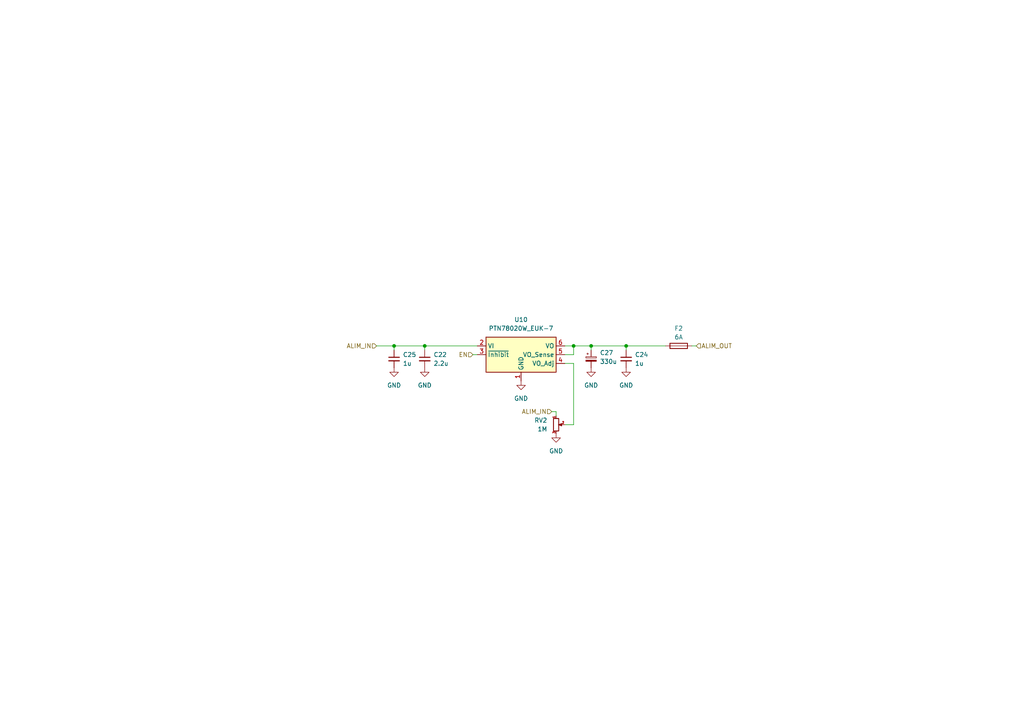
<source format=kicad_sch>
(kicad_sch (version 20230121) (generator eeschema)
  (paper "A4")
  (lib_symbols
    (symbol "ARIG:PTN78020W_EUK-7"
      (property "Reference" "U" (at -6.35 6.35 0))
      (property "Value" "PTN78020W_EUK-7" (at 3.81 6.35 0))
      (symbol "PTN78020W_EUK-7_0_1"
        (rectangle (start -10.16 5.08) (end 10.16 -5.08) (stroke (width 0.254)) (fill (type background)))
      )
      (symbol "PTN78020W_EUK-7_1_1"
        (pin power_in line (at 0 -7.62 90) (length 2.54) (name "GND") (number "1"))
        (pin power_in line (at -12.7 2.54 0) (length 2.54) (name "VI") (number "2"))
        (pin input line (at -12.7 0 0) (length 2.54) (name "~{Inhibit}") (number "3"))
        (pin input line (at 12.7 -2.54 180) (length 2.54) (name "VO_Adj") (number "4"))
        (pin input line (at 12.7 0 180) (length 2.54) (name "VO_Sense") (number "5"))
        (pin power_out line (at 12.7 2.54 180) (length 2.54) (name "VO") (number "6"))
        (pin passive line (at 0 -7.62 90) (length 2.54) hide (name "GND") (number "7"))
      )
    )
    (symbol "Device:C_Polarized_Small" (pin_numbers hide) (pin_names (offset 0.254) hide)
      (property "Reference" "C" (at 0.254 1.778 0))
      (property "Value" "C_Polarized_Small" (at 0.254 -2.032 0))
      (symbol "C_Polarized_Small_0_1"
        (rectangle (start -1.524 -0.3048) (end 1.524 -0.6858) (fill (type outline)))
        (rectangle (start -1.524 0.6858) (end 1.524 0.3048))
        (polyline (pts (xy -1.27 1.524) (xy -0.762 1.524)))
        (polyline (pts (xy -1.016 1.27) (xy -1.016 1.778)))
      )
      (symbol "C_Polarized_Small_1_1"
        (pin passive line (at 0 2.54 270) (length 1.8542) (name "~") (number "1"))
        (pin passive line (at 0 -2.54 90) (length 1.8542) (name "~") (number "2"))
      )
    )
    (symbol "Device:C_Small" (pin_numbers hide) (pin_names (offset 0.254) hide)
      (property "Reference" "C" (at 0.254 1.778 0))
      (property "Value" "C_Small" (at 0.254 -2.032 0))
      (symbol "C_Small_0_1"
        (polyline (pts (xy -1.524 -0.508) (xy 1.524 -0.508)) (stroke (width 0.3302)))
        (polyline (pts (xy -1.524 0.508) (xy 1.524 0.508)) (stroke (width 0.3048)))
      )
      (symbol "C_Small_1_1"
        (pin passive line (at 0 2.54 270) (length 2.032) (name "~") (number "1"))
        (pin passive line (at 0 -2.54 90) (length 2.032) (name "~") (number "2"))
      )
    )
    (symbol "Device:Fuse" (pin_numbers hide) (pin_names (offset 0))
      (property "Reference" "F" (at 2.032 0 90))
      (property "Value" "Fuse" (at -1.905 0 90))
      (symbol "Fuse_0_1"
        (rectangle (start -0.762 -2.54) (end 0.762 2.54) (stroke (width 0.254)))
        (polyline (pts (xy 0 2.54) (xy 0 -2.54)))
      )
      (symbol "Fuse_1_1"
        (pin passive line (at 0 3.81 270) (length 1.27) (name "~") (number "1"))
        (pin passive line (at 0 -3.81 90) (length 1.27) (name "~") (number "2"))
      )
    )
    (symbol "Device:R_Potentiometer_Small" (pin_names (offset 1.016) hide)
      (property "Reference" "RV" (at -4.445 0 90))
      (property "Value" "R_Potentiometer_Small" (at -2.54 0 90))
      (symbol "R_Potentiometer_Small_0_1"
        (polyline (pts (xy 0.889 0) (xy 0.635 0) (xy 1.651 0.381) (xy 1.651 -0.381) (xy 0.635 0) (xy 0.889 0)) (fill (type outline)))
        (rectangle (start 0.762 1.8034) (end -0.762 -1.8034) (stroke (width 0.254)))
      )
      (symbol "R_Potentiometer_Small_1_1"
        (pin passive line (at 0 2.54 270) (length 0.635) (name "1") (number "1"))
        (pin passive line (at 2.54 0 180) (length 0.9906) (name "2") (number "2"))
        (pin passive line (at 0 -2.54 90) (length 0.635) (name "3") (number "3"))
      )
    )
    (symbol "power:GND" (power) (pin_names (offset 0))
      (property "Value" "GND" (at 0 -3.81 0))
      (symbol "GND_0_1"
        (polyline (pts (xy 0 0) (xy 0 -1.27) (xy 1.27 -1.27) (xy 0 -2.54) (xy -1.27 -1.27) (xy 0 -1.27)))
      )
      (symbol "GND_1_1"
        (pin power_in line (at 0 0 270) (length 0) hide (name "GND") (number "1"))
      )
    )
  )
  (junction (at 114.3 100.33))
  (junction (at 166.37 100.33))
  (junction (at 181.61 100.33))
  (junction (at 123.19 100.33))
  (junction (at 171.45 100.33))
  (wire (pts (xy 123.19 101.6) (xy 123.19 100.33)))
  (wire (pts (xy 123.19 100.33) (xy 114.3 100.33)))
  (wire (pts (xy 171.45 100.33) (xy 181.61 100.33)))
  (wire (pts (xy 109.22 100.33) (xy 114.3 100.33)))
  (wire (pts (xy 163.83 123.19) (xy 166.37 123.19)))
  (wire (pts (xy 200.66 100.33) (xy 201.93 100.33)))
  (wire (pts (xy 166.37 102.87) (xy 166.37 100.33)))
  (wire (pts (xy 166.37 100.33) (xy 171.45 100.33)))
  (wire (pts (xy 181.61 100.33) (xy 181.61 101.6)))
  (wire (pts (xy 123.19 100.33) (xy 138.43 100.33)))
  (wire (pts (xy 160.02 119.38) (xy 161.29 119.38)))
  (wire (pts (xy 171.45 100.33) (xy 171.45 101.6)))
  (wire (pts (xy 114.3 100.33) (xy 114.3 101.6)))
  (wire (pts (xy 163.83 102.87) (xy 166.37 102.87)))
  (wire (pts (xy 163.83 105.41) (xy 166.37 105.41)))
  (wire (pts (xy 163.83 100.33) (xy 166.37 100.33)))
  (wire (pts (xy 166.37 105.41) (xy 166.37 123.19)))
  (wire (pts (xy 181.61 100.33) (xy 193.04 100.33)))
  (wire (pts (xy 137.16 102.87) (xy 138.43 102.87)))
  (wire (pts (xy 161.29 119.38) (xy 161.29 120.65)))
  (hierarchical_label "EN" (shape input) (at 137.16 102.87 180))
  (hierarchical_label "ALIM_OUT" (shape input) (at 201.93 100.33 0))
  (hierarchical_label "ALIM_IN" (shape input) (at 160.02 119.38 180))
  (hierarchical_label "ALIM_IN" (shape input) (at 109.22 100.33 180))
  (symbol (lib_id "power:GND") (at 181.61 106.68 0) (unit 1)
    (property "Reference" "#PWR086" (effects hide))
    (property "Value" "GND" (at 181.61 111.76 0))
    (instances (project "MasterAlimCAN" (path "" (reference "#PWR086") (unit 1)) (path "" (reference "#PWR092") (unit 1))))
  )
  (symbol (lib_id "ARIG:PTN78020W_EUK-7") (at 151.13 102.87 0) (unit 1)
    (property "Reference" "U10" (at 151.13 92.71 0))
    (property "Value" "PTN78020W_EUK-7" (at 151.13 95.25 0))
    (property "Footprint" "ARIG:Texas_EUK_R-PDSS-T7_THT" (effects hide))
    (property "Datasheet" "https://www.ti.com/lit/ds/symlink/ptn78020w.pdf" (effects hide))
    (property "LCSC Part" "C5219636" (effects hide))
    (instances (project "MasterAlimCAN" (path "" (reference "U10") (unit 1)) (path "" (reference "U9") (unit 1))))
  )
  (symbol (lib_id "Device:R_Potentiometer_Small") (at 161.29 123.19 0) (unit 1)
    (property "Reference" "RV2" (at 158.75 121.92 0) (effects (justify right)))
    (property "Value" "1M" (at 158.75 124.46 0) (effects (justify right)))
    (property "Footprint" "Potentiometer_THT:Potentiometer_Bourns_3266Y_Vertical" (effects hide))
    (property "JLCPCB BOM" "0" (effects hide))
    (instances (project "MasterAlimCAN" (path "" (reference "RV2") (unit 1)) (path "" (reference "RV1") (unit 1))))
  )
  (symbol (lib_id "Device:Fuse") (at 196.85 100.33 270) (unit 1)
    (property "Reference" "F2" (at 196.85 95.25 90))
    (property "Value" "6A" (at 196.85 97.79 90))
    (property "Footprint" "Fuse:Fuseholder_Cylinder-5x20mm_Schurter_0031_8201_Horizontal_Open" (effects hide))
    (property "JLCPCB BOM" "0" (effects hide))
    (instances (project "MasterAlimCAN" (path "" (reference "F2") (unit 1)) (path "" (reference "F1") (unit 1))))
  )
  (symbol (lib_id "Device:C_Small") (at 114.3 104.14 0) (unit 1)
    (property "Reference" "C25" (at 116.84 102.8763 0) (effects (justify left)))
    (property "Value" "1u" (at 116.84 105.4163 0) (effects (justify left)))
    (property "Footprint" "Capacitor_SMD:C_0805_2012Metric_Pad1.18x1.45mm_HandSolder" (effects hide))
    (property "LCSC Part" "C28323" (effects hide))
    (property "Tension" "50V" (effects hide))
    (instances (project "MasterAlimCAN" (path "" (reference "C25") (unit 1)) (path "" (reference "C21") (unit 1))))
  )
  (symbol (lib_id "Device:C_Small") (at 123.19 104.14 0) (unit 1)
    (property "Reference" "C22" (at 125.73 102.8763 0) (effects (justify left)))
    (property "Value" "2.2u" (at 125.73 105.4163 0) (effects (justify left)))
    (property "Footprint" "Capacitor_SMD:C_1206_3216Metric_Pad1.33x1.80mm_HandSolder" (effects hide))
    (property "LCSC Part" "C50254" (effects hide))
    (property "Tension" "50V" (effects hide))
    (instances (project "MasterAlimCAN" (path "" (reference "C22") (unit 1)) (path "" (reference "C26") (unit 1))))
  )
  (symbol (lib_id "power:GND") (at 151.13 110.49 0) (unit 1)
    (property "Reference" "#PWR083" (effects hide))
    (property "Value" "GND" (at 151.13 115.57 0))
    (instances (project "MasterAlimCAN" (path "" (reference "#PWR083") (unit 1)) (path "" (reference "#PWR089") (unit 1))))
  )
  (symbol (lib_id "power:GND") (at 171.45 106.68 0) (unit 1)
    (property "Reference" "#PWR085" (effects hide))
    (property "Value" "GND" (at 171.45 111.76 0))
    (instances (project "MasterAlimCAN" (path "" (reference "#PWR085") (unit 1)) (path "" (reference "#PWR091") (unit 1))))
  )
  (symbol (lib_id "power:GND") (at 123.19 106.68 0) (unit 1)
    (property "Reference" "#PWR082" (effects hide))
    (property "Value" "GND" (at 123.19 111.76 0))
    (instances (project "MasterAlimCAN" (path "" (reference "#PWR082") (unit 1)) (path "" (reference "#PWR088") (unit 1))))
  )
  (symbol (lib_id "Device:C_Polarized_Small") (at 171.45 104.14 0) (unit 1)
    (property "Reference" "C27" (at 173.99 102.3239 0) (effects (justify left)))
    (property "Value" "330u" (at 173.99 104.8639 0) (effects (justify left)))
    (property "Footprint" "Capacitor_SMD:CP_Elec_8x10" (effects hide))
    (property "LCSC Part" "C134842" (effects hide))
    (property "Tension" "25V" (effects hide))
    (instances (project "MasterAlimCAN" (path "" (reference "C27") (unit 1)) (path "" (reference "C23") (unit 1))))
  )
  (symbol (lib_id "power:GND") (at 161.29 125.73 0) (unit 1)
    (property "Reference" "#PWR084" (effects hide))
    (property "Value" "GND" (at 161.29 130.81 0))
    (instances (project "MasterAlimCAN" (path "" (reference "#PWR084") (unit 1)) (path "" (reference "#PWR090") (unit 1))))
  )
  (symbol (lib_id "power:GND") (at 114.3 106.68 0) (unit 1)
    (property "Reference" "#PWR081" (effects hide))
    (property "Value" "GND" (at 114.3 111.76 0))
    (instances (project "MasterAlimCAN" (path "" (reference "#PWR081") (unit 1)) (path "" (reference "#PWR087") (unit 1))))
  )
  (symbol (lib_id "Device:C_Small") (at 181.61 104.14 0) (unit 1)
    (property "Reference" "C24" (at 184.15 102.8763 0) (effects (justify left)))
    (property "Value" "1u" (at 184.15 105.4163 0) (effects (justify left)))
    (property "Footprint" "Capacitor_SMD:C_0402_1005Metric_Pad0.74x0.62mm_HandSolder" (effects hide))
    (property "LCSC Part" "C52923" (effects hide))
    (property "Tension" "25V" (effects hide))
    (instances (project "MasterAlimCAN" (path "" (reference "C24") (unit 1)) (path "" (reference "C28") (unit 1))))
  )
)
</source>
